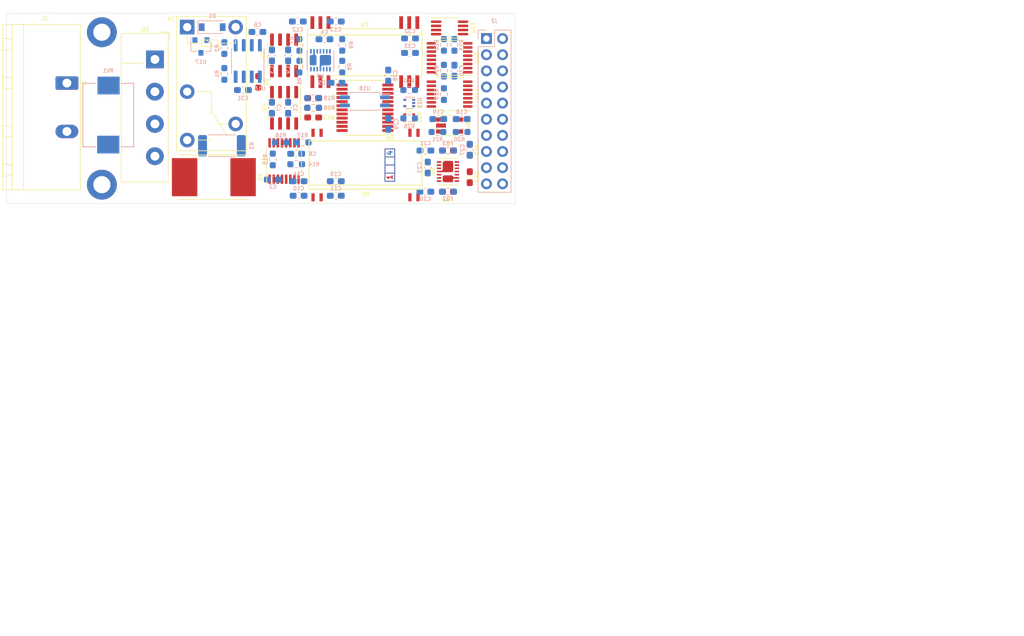
<source format=kicad_pcb>
(kicad_pcb (version 20171130) (host pcbnew 5.1.8)
  (layers (0 F.Cu signal) (1 In1.Cu signal) (2 In2.Cu signal) (31 B.Cu signal) (34 B.Paste user) (35 F.Paste user) (36 B.SilkS user) (37 F.SilkS user) (38 B.Mask user) (39 F.Mask user) (44 Edge.Cuts user))
  (net 0 "")
  (net 1 AGNDF)
  (net 2 +15VF)
  (net 3 -15VF)
  (net 4 "Net-(C4-Pad2)")
  (net 5 "Net-(C5-Pad2)")
  (net 6 VDD)
  (net 7 VCC)
  (net 8 +5VF)
  (net 9 "Net-(C17-Pad1)")
  (net 10 "Net-(C18-Pad2)")
  (net 11 /AOUT)
  (net 12 GND)
  (net 13 "Net-(C19-Pad1)")
  (net 14 -15V)
  (net 15 +15V)
  (net 16 "Net-(C22-Pad2)")
  (net 17 "Net-(C23-Pad2)")
  (net 18 -18V)
  (net 19 +18V)
  (net 20 +3V3)
  (net 21 +5V)
  (net 22 "Net-(C30-Pad1)")
  (net 23 /SDA)
  (net 24 /A1)
  (net 25 /SCL)
  (net 26 /A0)
  (net 27 "Net-(K1-Pad4)")
  (net 28 "Net-(K1-Pad3)")
  (net 29 "Net-(D1-Pad1)")
  (net 30 /NADJ)
  (net 31 /PADJ)
  (net 32 "Net-(R14-Pad1)")
  (net 33 "Net-(R15-Pad2)")
  (net 34 "Net-(R15-Pad1)")
  (net 35 "Net-(R16-Pad2)")
  (net 36 "Net-(R18-Pad2)")
  (net 37 "Net-(R20-Pad2)")
  (net 38 "Net-(R25-Pad2)")
  (net 39 /IO_G1)
  (net 40 "Net-(R26-Pad1)")
  (net 41 /G10)
  (net 42 "Net-(U1-Pad11)")
  (net 43 /G100)
  (net 44 "Net-(U1-Pad6)")
  (net 45 /G1)
  (net 46 /AZ)
  (net 47 "Net-(R5-Pad1)")
  (net 48 "Net-(U2-Pad1)")
  (net 49 /IO_AZ)
  (net 50 /IO_G100)
  (net 51 /IO_G10)
  (net 52 "Net-(U11-Pad2)")
  (net 53 "Net-(U12-Pad2)")
  (net 54 /WP)
  (net 55 /IO2)
  (net 56 /IO3)
  (net 57 /IO4)
  (net 58 /IO5)
  (net 59 "Net-(D2-Pad1)")
  (net 60 "Net-(D2-Pad3)")
  (net 61 /RLY)
  (net 62 "Net-(R10-Pad2)")
  (net 63 /LED)
  (net 64 "Net-(R1-Pad1)")
  (net 65 "Net-(R2-Pad1)")
  (module Capacitor_SMD:C_0603_1608Metric_Pad1.08x0.95mm_HandSolder (layer B.Cu) (at 133.477 48.26 180)
    (fp_text reference C33 (at 0 1.113) (layer B.SilkS) (effects (font (size 0.6 0.6) (thickness 0.12)) (justify mirror)))
    (fp_text value 100n)
    (pad 2 smd roundrect (at 0.8625 0 180) (size 1.075 0.95) (layers B.Cu B.Paste B.Mask) (net 12 GND))
    (pad 1 smd roundrect (at -0.8625 0 180) (size 1.075 0.95) (layers B.Cu B.Paste B.Mask) (net 21 +5V))
  )
  (module Capacitor_SMD:C_0603_1608Metric_Pad1.08x0.95mm_HandSolder (layer B.Cu) (at 133.477 45.974 180)
    (fp_text reference C32 (at 0 1.143) (layer B.SilkS) (effects (font (size 0.6 0.6) (thickness 0.12)) (justify mirror)))
    (fp_text value 10u)
    (pad 2 smd roundrect (at 0.8625 0 180) (size 1.075 0.95) (layers B.Cu B.Paste B.Mask) (net 12 GND))
    (pad 1 smd roundrect (at -0.8625 0 180) (size 1.075 0.95) (layers B.Cu B.Paste B.Mask) (net 21 +5V))
  )
  (module Package_SO:SOIC-8_3.9x4.9mm_P1.27mm (layer B.Cu) (at 107.95 49.53 90)
    (fp_text reference U16 (at -4.318 1.905) (layer B.SilkS) (effects (font (size 0.6 0.6) (thickness 0.12)) (justify mirror)))
    (fp_text value OPA132)
    (pad 8 smd roundrect (at 2.475 1.905 90) (size 1.95 0.6) (layers B.Cu B.Paste B.Mask))
    (pad 7 smd roundrect (at 2.475 0.635 90) (size 1.95 0.6) (layers B.Cu B.Paste B.Mask) (net 2 +15VF))
    (pad 6 smd roundrect (at 2.475 -0.635 90) (size 1.95 0.6) (layers B.Cu B.Paste B.Mask) (net 65 "Net-(R2-Pad1)"))
    (pad 5 smd roundrect (at 2.475 -1.905 90) (size 1.95 0.6) (layers B.Cu B.Paste B.Mask))
    (pad 4 smd roundrect (at -2.475 -1.905 90) (size 1.95 0.6) (layers B.Cu B.Paste B.Mask) (net 3 -15VF))
    (pad 3 smd roundrect (at -2.475 -0.635 90) (size 1.95 0.6) (layers B.Cu B.Paste B.Mask) (net 64 "Net-(R1-Pad1)"))
    (pad 2 smd roundrect (at -2.475 0.635 90) (size 1.95 0.6) (layers B.Cu B.Paste B.Mask) (net 65 "Net-(R2-Pad1)"))
    (pad 1 smd roundrect (at -2.475 1.905 90) (size 1.95 0.6) (layers B.Cu B.Paste B.Mask))
  )
  (module Resistor_SMD:R_0603_1608Metric_Pad0.98x0.95mm_HandSolder (layer B.Cu) (at 104.267 47.498 90)
    (fp_text reference R2 (at 0 -1.143 90) (layer B.SilkS) (effects (font (size 0.6 0.6) (thickness 0.12)) (justify mirror)))
    (fp_text value 316)
    (pad 2 smd roundrect (at 0.9125 0 90) (size 0.975 0.95) (layers B.Cu B.Paste B.Mask) (net 59 "Net-(D2-Pad1)"))
    (pad 1 smd roundrect (at -0.9125 0 90) (size 0.975 0.95) (layers B.Cu B.Paste B.Mask) (net 65 "Net-(R2-Pad1)"))
  )
  (module Resistor_SMD:R_0603_1608Metric_Pad0.98x0.95mm_HandSolder (layer B.Cu) (at 104.267 51.562 270)
    (fp_text reference R1 (at 0 1.143 90) (layer B.SilkS) (effects (font (size 0.6 0.6) (thickness 0.12)) (justify mirror)))
    (fp_text value 100k)
    (pad 2 smd roundrect (at 0.9125 0 270) (size 0.975 0.95) (layers B.Cu B.Paste B.Mask) (net 60 "Net-(D2-Pad3)"))
    (pad 1 smd roundrect (at -0.9125 0 270) (size 0.975 0.95) (layers B.Cu B.Paste B.Mask) (net 64 "Net-(R1-Pad1)"))
  )
  (module Diode_SMD:D_SOD-123 (layer B.Cu) (at 102.362 44.196)
    (fp_text reference D1 (at 0 -1.778) (layer B.SilkS) (effects (font (size 0.6 0.6) (thickness 0.12)) (justify mirror)))
    (fp_text value 1N4148W)
    (pad 2 smd rect (at 1.65 0) (size 0.9 1.2) (layers B.Cu B.Paste B.Mask) (net 61 /RLY))
    (pad 1 smd rect (at -1.65 0) (size 0.9 1.2) (layers B.Cu B.Paste B.Mask) (net 29 "Net-(D1-Pad1)"))
  )
  (module Resistor_SMD:R_0603_1608Metric_Pad0.98x0.95mm_HandSolder (layer F.Cu) (at 109.601 52.832 270)
    (fp_text reference R5 (at 0 -1.27 90) (layer F.SilkS) (effects (font (size 0.6 0.6) (thickness 0.12))))
    (fp_text value 100k)
    (pad 2 smd roundrect (at 0.9125 0 270) (size 0.975 0.95) (layers F.Cu F.Paste F.Mask) (net 28 "Net-(K1-Pad3)"))
    (pad 1 smd roundrect (at -0.9125 0 270) (size 0.975 0.95) (layers F.Cu F.Paste F.Mask) (net 47 "Net-(R5-Pad1)"))
  )
  (module ETH3CDAQ1:WSR5 (layer F.Cu) (at 102.616 67.818 180)
    (fp_text reference R4 (at -7.239 0 90) (layer F.SilkS) (effects (font (size 0.6 0.6) (thickness 0.12))))
    (fp_text value 0R1/5W)
    (pad 2 smd rect (at 4.6 0 180) (size 4 6) (layers F.Cu F.Paste F.Mask) (net 1 AGNDF))
    (pad 1 smd rect (at -4.6 0 180) (size 4 6) (layers F.Cu F.Paste F.Mask) (net 27 "Net-(K1-Pad4)"))
  )
  (module Resistor_SMD:R_2512_6332Metric_Pad1.40x3.35mm_HandSolder (layer B.Cu) (at 103.886 62.865)
    (fp_text reference R3 (at 4.699 0 90) (layer B.SilkS) (effects (font (size 0.6 0.6) (thickness 0.12)) (justify mirror)))
    (fp_text value 5/0.1%)
    (pad 2 smd roundrect (at 3.05 0) (size 1.4 3.35) (layers B.Cu B.Paste B.Mask) (roundrect_rratio 0.178571) (net 27 "Net-(K1-Pad4)"))
    (pad 1 smd roundrect (at -3.05 0) (size 1.4 3.35) (layers B.Cu B.Paste B.Mask) (roundrect_rratio 0.178571) (net 28 "Net-(K1-Pad3)"))
  )
  (module ETH3CDAQ1:DVA (layer F.Cu) (at 126.492 65.913)
    (fp_text reference U5 (at 0 4.572 180) (layer F.SilkS) (effects (font (size 0.6 0.6) (thickness 0.12))))
    (fp_text value ISO124)
    (pad 1 smd rect (at -8.27 5.08) (size 0.51 1.27) (layers F.Cu F.Paste F.Mask) (net 2 +15VF))
    (pad 2 smd rect (at -7 5.08) (size 0.51 1.27) (layers F.Cu F.Paste F.Mask) (net 3 -15VF))
    (pad 7 smd rect (at 6.97 5.08) (size 0.51 1.27) (layers F.Cu F.Paste F.Mask) (net 37 "Net-(R20-Pad2)"))
    (pad 8 smd rect (at 8.24 5.08) (size 0.51 1.27) (layers F.Cu F.Paste F.Mask) (net 12 GND))
    (pad 9 smd rect (at 8.24 -5.08) (size 0.51 1.27) (layers F.Cu F.Paste F.Mask) (net 15 +15V))
    (pad 10 smd rect (at 6.97 -5.08) (size 0.51 1.27) (layers F.Cu F.Paste F.Mask) (net 14 -15V))
    (pad 15 smd rect (at -7 -5.08) (size 0.51 1.27) (layers F.Cu F.Paste F.Mask) (net 34 "Net-(R15-Pad1)"))
    (pad 16 smd rect (at -8.27 -5.08) (size 0.51 1.27) (layers F.Cu F.Paste F.Mask) (net 1 AGNDF))
  )
  (module ETH3CDAQ1:DVB (layer F.Cu) (at 126.365 48.133 270)
    (fp_text reference U7 (at -4.312 0.024) (layer F.SilkS) (effects (font (size 0.6 0.6) (thickness 0.12))))
    (fp_text value DCP020515DU)
    (pad 1 smd rect (at -4.65 -8.255 270) (size 2 0.6) (layers F.Cu F.Paste F.Mask) (net 21 +5V))
    (pad 2 smd rect (at -4.65 -6.985 270) (size 2 0.6) (layers F.Cu F.Paste F.Mask) (net 12 GND))
    (pad 3 smd rect (at -4.65 -5.715 270) (size 2 0.6) (layers F.Cu F.Paste F.Mask) (net 12 GND))
    (pad 12 smd rect (at -4.65 5.715 270) (size 2 0.6) (layers F.Cu F.Paste F.Mask) (net 1 AGNDF))
    (pad 13 smd rect (at -4.65 6.985 270) (size 2 0.6) (layers F.Cu F.Paste F.Mask) (net 7 VCC))
    (pad 14 smd rect (at -4.65 8.255 270) (size 2 0.6) (layers F.Cu F.Paste F.Mask) (net 6 VDD))
    (pad 15 smd rect (at 4.65 8.255 270) (size 2 0.6) (layers F.Cu F.Paste F.Mask))
    (pad 16 smd rect (at 4.65 6.985 270) (size 2 0.6) (layers F.Cu F.Paste F.Mask))
    (pad 17 smd rect (at 4.65 5.715 270) (size 2 0.6) (layers F.Cu F.Paste F.Mask))
    (pad 26 smd rect (at 4.65 -5.715 270) (size 2 0.6) (layers F.Cu F.Paste F.Mask))
    (pad 27 smd rect (at 4.65 -6.985 270) (size 2 0.6) (layers F.Cu F.Paste F.Mask))
    (pad 28 smd rect (at 4.65 -8.255 270) (size 2 0.6) (layers F.Cu F.Paste F.Mask) (net 12 GND))
  )
  (module Package_SO:SOP-4_4.4x2.6mm_P1.27mm (layer B.Cu) (at 126.389 55.88 180)
    (fp_text reference U18 (at 0 2.032) (layer B.SilkS) (effects (font (size 0.6 0.6) (thickness 0.12)) (justify mirror)))
    (fp_text value FODM214)
    (pad 4 smd roundrect (at 3.1875 0.635 180) (size 1.625 0.6) (layers B.Cu B.Paste B.Mask) (net 61 /RLY))
    (pad 3 smd roundrect (at 3.1875 -0.635 180) (size 1.625 0.6) (layers B.Cu B.Paste B.Mask) (net 1 AGNDF))
    (pad 2 smd roundrect (at -3.1875 -0.635 180) (size 1.625 0.6) (layers B.Cu B.Paste B.Mask) (net 12 GND))
    (pad 1 smd roundrect (at -3.1875 0.635 180) (size 1.625 0.6) (layers B.Cu B.Paste B.Mask) (net 62 "Net-(R10-Pad2)"))
  )
  (module Resistor_SMD:R_0603_1608Metric_Pad0.98x0.95mm_HandSolder (layer B.Cu) (at 133.35 54.102 180)
    (fp_text reference R10 (at 0 1.43) (layer B.SilkS) (effects (font (size 0.6 0.6) (thickness 0.12)) (justify mirror)))
    (fp_text value R)
    (pad 2 smd roundrect (at 0.9125 0 180) (size 0.975 0.95) (layers B.Cu B.Paste B.Mask) (net 62 "Net-(R10-Pad2)"))
    (pad 1 smd roundrect (at -0.9125 0 180) (size 0.975 0.95) (layers B.Cu B.Paste B.Mask) (net 63 /LED))
  )
  (module MountingHole:MountingHole_2.7mm_M2.5_DIN965_Pad (layer F.Cu) (at 85 69)
    (fp_text reference H2)
    (fp_text value MountingHole)
    (pad 1 thru_hole circle (at 0 0) (size 4.7 4.7) (drill 2.7) (layers *.Cu *.Mask))
  )
  (module MountingHole:MountingHole_2.7mm_M2.5_DIN965_Pad (layer F.Cu) (at 85 45)
    (fp_text reference H1)
    (fp_text value MountingHole)
    (pad 1 thru_hole circle (at 0 0) (size 4.7 4.7) (drill 2.7) (layers *.Cu *.Mask))
  )
  (module Diode_THT:Diode_Bridge_Vishay_KBU (layer F.Cu) (at 93.345 49.276 270)
    (fp_text reference D2 (at -4.699 1.524 180) (layer F.SilkS) (effects (font (size 0.6 0.6) (thickness 0.12))))
    (fp_text value KBU4G)
    (pad 1 thru_hole rect (at 0 0 270) (size 2.8 2.8) (drill 1.4) (layers *.Cu *.Mask) (net 59 "Net-(D2-Pad1)"))
    (pad 2 thru_hole circle (at 5.08 0 270) (size 2.8 2.8) (drill 1.4) (layers *.Cu *.Mask) (net 1 AGNDF))
    (pad 3 thru_hole circle (at 10.16 0 270) (size 2.8 2.8) (drill 1.4) (layers *.Cu *.Mask) (net 60 "Net-(D2-Pad3)"))
    (pad 4 thru_hole circle (at 15.24 0 270) (size 2.8 2.8) (drill 1.4) (layers *.Cu *.Mask) (net 59 "Net-(D2-Pad1)"))
  )
  (module ETH3CDAQ1:4032 (layer B.Cu) (at 86 58.039 270)
    (fp_text reference RV1 (at -7 0 180) (layer B.SilkS) (effects (font (size 0.6 0.6) (thickness 0.12)) (justify mirror)))
    (fp_text value B72660M0301)
    (pad 2 smd rect (at 4.65 0 270) (size 2.8 3.5) (layers B.Cu B.Paste B.Mask) (net 1 AGNDF))
    (pad 1 smd rect (at -4.65 -0.05 270) (size 2.8 3.5) (layers B.Cu B.Paste B.Mask) (net 60 "Net-(D2-Pad3)"))
  )
  (module Package_TO_SOT_SMD:SOT-23 (layer B.Cu) (at 100.584 47.244 270)
    (fp_text reference U17 (at 2.413 0 180) (layer B.SilkS) (effects (font (size 0.6 0.6) (thickness 0.12)) (justify mirror)))
    (fp_text value LM3480-12)
    (pad 3 smd rect (at 1 0 270) (size 0.9 0.8) (layers B.Cu B.Paste B.Mask) (net 1 AGNDF))
    (pad 2 smd rect (at -1 -0.95 270) (size 0.9 0.8) (layers B.Cu B.Paste B.Mask) (net 2 +15VF))
    (pad 1 smd rect (at -1 0.95 270) (size 0.9 0.8) (layers B.Cu B.Paste B.Mask) (net 29 "Net-(D1-Pad1)"))
  )
  (module Package_SO:TSSOP-16_4.4x5mm_P0.65mm (layer F.Cu) (at 139.7 49.022 180)
    (fp_text reference U15 (at -4.318 0 90) (layer F.SilkS) (effects (font (size 0.6 0.6) (thickness 0.12))))
    (fp_text value PCA9557PW)
    (pad 16 smd roundrect (at 2.8625 -2.275 180) (size 1.475 0.4) (layers F.Cu F.Paste F.Mask) (net 20 +3V3))
    (pad 15 smd roundrect (at 2.8625 -1.625 180) (size 1.475 0.4) (layers F.Cu F.Paste F.Mask) (net 22 "Net-(C30-Pad1)"))
    (pad 14 smd roundrect (at 2.8625 -0.975 180) (size 1.475 0.4) (layers F.Cu F.Paste F.Mask))
    (pad 13 smd roundrect (at 2.8625 -0.325 180) (size 1.475 0.4) (layers F.Cu F.Paste F.Mask) (net 63 /LED))
    (pad 12 smd roundrect (at 2.8625 0.325 180) (size 1.475 0.4) (layers F.Cu F.Paste F.Mask) (net 58 /IO5))
    (pad 11 smd roundrect (at 2.8625 0.975 180) (size 1.475 0.4) (layers F.Cu F.Paste F.Mask) (net 57 /IO4))
    (pad 10 smd roundrect (at 2.8625 1.625 180) (size 1.475 0.4) (layers F.Cu F.Paste F.Mask) (net 56 /IO3))
    (pad 9 smd roundrect (at 2.8625 2.275 180) (size 1.475 0.4) (layers F.Cu F.Paste F.Mask) (net 55 /IO2))
    (pad 8 smd roundrect (at -2.8625 2.275 180) (size 1.475 0.4) (layers F.Cu F.Paste F.Mask) (net 12 GND))
    (pad 7 smd roundrect (at -2.8625 1.625 180) (size 1.475 0.4) (layers F.Cu F.Paste F.Mask) (net 54 /WP))
    (pad 6 smd roundrect (at -2.8625 0.975 180) (size 1.475 0.4) (layers F.Cu F.Paste F.Mask))
    (pad 5 smd roundrect (at -2.8625 0.325 180) (size 1.475 0.4) (layers F.Cu F.Paste F.Mask) (net 12 GND))
    (pad 4 smd roundrect (at -2.8625 -0.325 180) (size 1.475 0.4) (layers F.Cu F.Paste F.Mask) (net 24 /A1))
    (pad 3 smd roundrect (at -2.8625 -0.975 180) (size 1.475 0.4) (layers F.Cu F.Paste F.Mask) (net 26 /A0))
    (pad 2 smd roundrect (at -2.8625 -1.625 180) (size 1.475 0.4) (layers F.Cu F.Paste F.Mask) (net 23 /SDA))
    (pad 1 smd roundrect (at -2.8625 -2.275 180) (size 1.475 0.4) (layers F.Cu F.Paste F.Mask) (net 25 /SCL))
  )
  (module Package_SO:TSSOP-14_4.4x5mm_P0.65mm (layer F.Cu) (at 139.7 54.737 180)
    (fp_text reference U14 (at -4.318 0 90) (layer F.SilkS) (effects (font (size 0.6 0.6) (thickness 0.12))))
    (fp_text value TXB0104PW)
    (pad 14 smd roundrect (at 2.8625 -1.95 180) (size 1.475 0.4) (layers F.Cu F.Paste F.Mask) (net 21 +5V))
    (pad 13 smd roundrect (at 2.8625 -1.3 180) (size 1.475 0.4) (layers F.Cu F.Paste F.Mask) (net 40 "Net-(R26-Pad1)"))
    (pad 12 smd roundrect (at 2.8625 -0.65 180) (size 1.475 0.4) (layers F.Cu F.Paste F.Mask) (net 52 "Net-(U11-Pad2)"))
    (pad 11 smd roundrect (at 2.8625 0 180) (size 1.475 0.4) (layers F.Cu F.Paste F.Mask) (net 53 "Net-(U12-Pad2)"))
    (pad 10 smd roundrect (at 2.8625 0.65 180) (size 1.475 0.4) (layers F.Cu F.Paste F.Mask) (net 49 /IO_AZ))
    (pad 9 smd roundrect (at 2.8625 1.3 180) (size 1.475 0.4) (layers F.Cu F.Paste F.Mask))
    (pad 8 smd roundrect (at 2.8625 1.95 180) (size 1.475 0.4) (layers F.Cu F.Paste F.Mask) (net 38 "Net-(R25-Pad2)"))
    (pad 7 smd roundrect (at -2.8625 1.95 180) (size 1.475 0.4) (layers F.Cu F.Paste F.Mask) (net 12 GND))
    (pad 6 smd roundrect (at -2.8625 1.3 180) (size 1.475 0.4) (layers F.Cu F.Paste F.Mask))
    (pad 5 smd roundrect (at -2.8625 0.65 180) (size 1.475 0.4) (layers F.Cu F.Paste F.Mask) (net 55 /IO2))
    (pad 4 smd roundrect (at -2.8625 0 180) (size 1.475 0.4) (layers F.Cu F.Paste F.Mask) (net 56 /IO3))
    (pad 3 smd roundrect (at -2.8625 -0.65 180) (size 1.475 0.4) (layers F.Cu F.Paste F.Mask) (net 57 /IO4))
    (pad 2 smd roundrect (at -2.8625 -1.3 180) (size 1.475 0.4) (layers F.Cu F.Paste F.Mask) (net 58 /IO5))
    (pad 1 smd roundrect (at -2.8625 -1.95 180) (size 1.475 0.4) (layers F.Cu F.Paste F.Mask) (net 20 +3V3))
  )
  (module Package_SO:MSOP-8_3x3mm_P0.65mm (layer F.Cu) (at 139.7 44.323)
    (fp_text reference U13 (at 3.683 0 90) (layer F.SilkS) (effects (font (size 0.6 0.6) (thickness 0.12))))
    (fp_text value 24LC08B-E/MS)
    (pad 8 smd roundrect (at 2.1125 -0.975) (size 1.625 0.4) (layers F.Cu F.Paste F.Mask) (net 20 +3V3))
    (pad 7 smd roundrect (at 2.1125 -0.325) (size 1.625 0.4) (layers F.Cu F.Paste F.Mask) (net 54 /WP))
    (pad 6 smd roundrect (at 2.1125 0.325) (size 1.625 0.4) (layers F.Cu F.Paste F.Mask) (net 25 /SCL))
    (pad 5 smd roundrect (at 2.1125 0.975) (size 1.625 0.4) (layers F.Cu F.Paste F.Mask) (net 23 /SDA))
    (pad 4 smd roundrect (at -2.1125 0.975) (size 1.625 0.4) (layers F.Cu F.Paste F.Mask) (net 12 GND))
    (pad 3 smd roundrect (at -2.1125 0.325) (size 1.625 0.4) (layers F.Cu F.Paste F.Mask) (net 12 GND))
    (pad 2 smd roundrect (at -2.1125 -0.325) (size 1.625 0.4) (layers F.Cu F.Paste F.Mask) (net 24 /A1))
    (pad 1 smd roundrect (at -2.1125 -0.975) (size 1.625 0.4) (layers F.Cu F.Paste F.Mask) (net 26 /A0))
  )
  (module Package_TO_SOT_SMD:SOT-553 (layer F.Cu) (at 133.35 56.134 180)
    (fp_text reference U12 (at -1.651 0 90) (layer F.SilkS) (effects (font (size 0.6 0.6) (thickness 0.12))))
    (fp_text value 74LVC1GU04DRL)
    (pad 4 smd rect (at 0.7 0.5 180) (size 0.45 0.3) (layers F.Cu F.Paste F.Mask) (net 50 /IO_G100))
    (pad 2 smd rect (at -0.7 0 180) (size 0.45 0.3) (layers F.Cu F.Paste F.Mask) (net 53 "Net-(U12-Pad2)"))
    (pad 5 smd rect (at 0.7 -0.5 180) (size 0.45 0.3) (layers F.Cu F.Paste F.Mask) (net 21 +5V))
    (pad 3 smd rect (at -0.7 0.5 180) (size 0.45 0.3) (layers F.Cu F.Paste F.Mask) (net 12 GND))
    (pad 1 smd rect (at -0.7 -0.5 180) (size 0.45 0.3) (layers F.Cu F.Paste F.Mask))
  )
  (module Package_TO_SOT_SMD:SOT-553 (layer B.Cu) (at 133.35 56.134 180)
    (fp_text reference U11 (at -1.651 0 90) (layer B.SilkS) (effects (font (size 0.6 0.6) (thickness 0.12)) (justify mirror)))
    (fp_text value 74LVC1GU04DRL)
    (pad 4 smd rect (at 0.7 -0.5 180) (size 0.45 0.3) (layers B.Cu B.Paste B.Mask) (net 51 /IO_G10))
    (pad 2 smd rect (at -0.7 0 180) (size 0.45 0.3) (layers B.Cu B.Paste B.Mask) (net 52 "Net-(U11-Pad2)"))
    (pad 5 smd rect (at 0.7 0.5 180) (size 0.45 0.3) (layers B.Cu B.Paste B.Mask) (net 21 +5V))
    (pad 3 smd rect (at -0.7 -0.5 180) (size 0.45 0.3) (layers B.Cu B.Paste B.Mask) (net 12 GND))
    (pad 1 smd rect (at -0.7 0.5 180) (size 0.45 0.3) (layers B.Cu B.Paste B.Mask))
  )
  (module Package_TO_SOT_SMD:SOT-553 (layer F.Cu) (at 133.35 58.42 180)
    (fp_text reference U10 (at -1.651 0 90) (layer F.SilkS) (effects (font (size 0.6 0.6) (thickness 0.12))))
    (fp_text value 74LVC1GU04DRL)
    (pad 4 smd rect (at 0.7 0.5 180) (size 0.45 0.3) (layers F.Cu F.Paste F.Mask) (net 39 /IO_G1))
    (pad 2 smd rect (at -0.7 0 180) (size 0.45 0.3) (layers F.Cu F.Paste F.Mask) (net 40 "Net-(R26-Pad1)"))
    (pad 5 smd rect (at 0.7 -0.5 180) (size 0.45 0.3) (layers F.Cu F.Paste F.Mask) (net 21 +5V))
    (pad 3 smd rect (at -0.7 0.5 180) (size 0.45 0.3) (layers F.Cu F.Paste F.Mask) (net 12 GND))
    (pad 1 smd rect (at -0.7 -0.5 180) (size 0.45 0.3) (layers F.Cu F.Paste F.Mask))
  )
  (module Package_DFN_QFN:Linear_DE14MA (layer F.Cu) (at 139.446 66.929)
    (fp_text reference U9 (at -2.413 0 90) (layer F.SilkS) (effects (font (size 0.6 0.6) (thickness 0.12))))
    (fp_text value LT3032-15)
    (pad 4 smd custom (at 0 -0.79) (size 1.65 1.28) (layers F.Cu F.Paste F.Mask) (net 12 GND) (options (clearance outline) (anchor rect)) (primitives (gr_circle (center 0.575 -0.64) (end 0.825 -0.64) (width 0)) (gr_circle (center 0.575 0.64) (end 0.825 0.64) (width 0)) (gr_poly (pts (xy -0.575 -0.89) (xy 0.575 -0.89) (xy 0.575 0.89) (xy -0.825 0.89) (xy -0.825 -0.64)) (width 0)) (gr_poly (pts (xy -0.78 0.665) (xy -1.75 0.665) (xy -1.75 0.915) (xy -0.88 0.915) (xy -0.78 0.89)) (width 0)) (gr_poly (pts (xy -1.075 0.665) (xy -1.025 0.66) (xy -0.977 0.645) (xy -0.935 0.622) (xy -0.897 0.591) (xy -0.866 0.552) (xy -0.844 0.511) (xy -0.83 0.464) (xy -0.825 0.415) (xy -0.825 0.665)) (width 0.001))))
    (pad 9 smd custom (at 0 1.145) (size 1.15 1.07) (layers F.Cu F.Paste F.Mask) (net 18 -18V) (options (clearance outline) (anchor rect)) (primitives (gr_circle (center -0.575 -0.285) (end -0.325 -0.285) (width 0)) (gr_circle (center 0.575 -0.285) (end 0.825 -0.285) (width 0)) (gr_circle (center -0.575 0.285) (end -0.325 0.285) (width 0)) (gr_circle (center 0.575 0.285) (end 0.825 0.285) (width 0)) (gr_poly (pts (xy -0.825 -0.285) (xy 0.825 -0.285) (xy 0.825 0.285) (xy -0.825 0.285)) (width 0)) (gr_poly (pts (xy 0.825 -0.27) (xy 1.75 -0.27) (xy 1.75 -0.02) (xy 0.825 -0.02)) (width 0))))
    (pad 1 smd rect (at -1.4 -1.5) (size 0.7 0.25) (layers F.Cu F.Paste F.Mask) (net 15 +15V))
    (pad 2 smd rect (at -1.4 -1) (size 0.7 0.25) (layers F.Cu F.Paste F.Mask))
    (pad 3 smd rect (at -1.4 -0.5) (size 0.7 0.25) (layers F.Cu F.Paste F.Mask) (net 17 "Net-(C23-Pad2)"))
    (pad 5 smd rect (at -1.4 0.5) (size 0.7 0.25) (layers F.Cu F.Paste F.Mask) (net 12 GND))
    (pad 6 smd rect (at -1.4 1) (size 0.7 0.25) (layers F.Cu F.Paste F.Mask) (net 18 -18V))
    (pad 7 smd rect (at -1.4 1.5) (size 0.7 0.25) (layers F.Cu F.Paste F.Mask) (net 14 -15V))
    (pad 8 smd rect (at 1.4 1.5) (size 0.7 0.25) (layers F.Cu F.Paste F.Mask))
    (pad 10 smd rect (at 1.4 0.5) (size 0.7 0.25) (layers F.Cu F.Paste F.Mask) (net 18 -18V))
    (pad 11 smd rect (at 1.4 0) (size 0.7 0.25) (layers F.Cu F.Paste F.Mask) (net 16 "Net-(C22-Pad2)"))
    (pad 12 smd rect (at 1.4 -0.5) (size 0.7 0.25) (layers F.Cu F.Paste F.Mask) (net 19 +18V))
    (pad 13 smd rect (at 1.4 -1) (size 0.7 0.25) (layers F.Cu F.Paste F.Mask))
    (pad 14 smd rect (at 1.4 -1.5) (size 0.7 0.25) (layers F.Cu F.Paste F.Mask) (net 19 +18V))
  )
  (module Package_TO_SOT_SMD:SOT-23-5_HandSoldering (layer F.Cu) (at 139.7 59.69)
    (fp_text reference U8 (at 2.921 0 90) (layer F.SilkS) (effects (font (size 0.6 0.6) (thickness 0.12))))
    (fp_text value OPA237_SOT23)
    (pad 5 smd rect (at 1.35 -0.95) (size 1.56 0.65) (layers F.Cu F.Paste F.Mask) (net 15 +15V))
    (pad 4 smd rect (at 1.35 0.95) (size 1.56 0.65) (layers F.Cu F.Paste F.Mask) (net 11 /AOUT))
    (pad 3 smd rect (at -1.35 0.95) (size 1.56 0.65) (layers F.Cu F.Paste F.Mask) (net 13 "Net-(C19-Pad1)"))
    (pad 2 smd rect (at -1.35 0) (size 1.56 0.65) (layers F.Cu F.Paste F.Mask) (net 14 -15V))
    (pad 1 smd rect (at -1.35 -0.95) (size 1.56 0.65) (layers F.Cu F.Paste F.Mask) (net 11 /AOUT))
  )
  (module Package_SO:SSOP-24_5.3x8.2mm_P0.65mm (layer F.Cu) (at 126.389 56.896 180)
    (fp_text reference U6 (at -3.913 -4.699) (layer F.SilkS) (effects (font (size 0.6 0.6) (thickness 0.12))))
    (fp_text value ADuM5410)
    (pad 24 smd rect (at 3.6 -3.575 180) (size 1.75 0.45) (layers F.Cu F.Paste F.Mask) (net 8 +5VF))
    (pad 23 smd rect (at 3.6 -2.925 180) (size 1.75 0.45) (layers F.Cu F.Paste F.Mask) (net 1 AGNDF))
    (pad 22 smd rect (at 3.6 -2.275 180) (size 1.75 0.45) (layers F.Cu F.Paste F.Mask) (net 45 /G1))
    (pad 21 smd rect (at 3.6 -1.625 180) (size 1.75 0.45) (layers F.Cu F.Paste F.Mask) (net 41 /G10))
    (pad 20 smd rect (at 3.6 -0.975 180) (size 1.75 0.45) (layers F.Cu F.Paste F.Mask) (net 43 /G100))
    (pad 19 smd rect (at 3.6 -0.325 180) (size 1.75 0.45) (layers F.Cu F.Paste F.Mask) (net 46 /AZ))
    (pad 18 smd rect (at 3.6 0.325 180) (size 1.75 0.45) (layers F.Cu F.Paste F.Mask) (net 8 +5VF))
    (pad 17 smd rect (at 3.6 0.975 180) (size 1.75 0.45) (layers F.Cu F.Paste F.Mask))
    (pad 16 smd rect (at 3.6 1.625 180) (size 1.75 0.45) (layers F.Cu F.Paste F.Mask) (net 1 AGNDF))
    (pad 15 smd rect (at 3.6 2.275 180) (size 1.75 0.45) (layers F.Cu F.Paste F.Mask) (net 36 "Net-(R18-Pad2)"))
    (pad 14 smd rect (at 3.6 2.925 180) (size 1.75 0.45) (layers F.Cu F.Paste F.Mask) (net 9 "Net-(C17-Pad1)"))
    (pad 13 smd rect (at 3.6 3.575 180) (size 1.75 0.45) (layers F.Cu F.Paste F.Mask) (net 1 AGNDF))
    (pad 12 smd rect (at -3.6 3.575 180) (size 1.75 0.45) (layers F.Cu F.Paste F.Mask) (net 12 GND))
    (pad 11 smd rect (at -3.6 2.925 180) (size 1.75 0.45) (layers F.Cu F.Paste F.Mask) (net 21 +5V))
    (pad 10 smd rect (at -3.6 2.275 180) (size 1.75 0.45) (layers F.Cu F.Paste F.Mask) (net 12 GND))
    (pad 9 smd rect (at -3.6 1.625 180) (size 1.75 0.45) (layers F.Cu F.Paste F.Mask) (net 12 GND))
    (pad 8 smd rect (at -3.6 0.975 180) (size 1.75 0.45) (layers F.Cu F.Paste F.Mask))
    (pad 7 smd rect (at -3.6 0.325 180) (size 1.75 0.45) (layers F.Cu F.Paste F.Mask))
    (pad 6 smd rect (at -3.6 -0.325 180) (size 1.75 0.45) (layers F.Cu F.Paste F.Mask) (net 49 /IO_AZ))
    (pad 5 smd rect (at -3.6 -0.975 180) (size 1.75 0.45) (layers F.Cu F.Paste F.Mask) (net 50 /IO_G100))
    (pad 4 smd rect (at -3.6 -1.625 180) (size 1.75 0.45) (layers F.Cu F.Paste F.Mask) (net 51 /IO_G10))
    (pad 3 smd rect (at -3.6 -2.275 180) (size 1.75 0.45) (layers F.Cu F.Paste F.Mask) (net 39 /IO_G1))
    (pad 2 smd rect (at -3.6 -2.925 180) (size 1.75 0.45) (layers F.Cu F.Paste F.Mask) (net 12 GND))
    (pad 1 smd rect (at -3.6 -3.575 180) (size 1.75 0.45) (layers F.Cu F.Paste F.Mask) (net 21 +5V))
  )
  (module Package_SO:SOIC-8_3.9x4.9mm_P1.27mm (layer F.Cu) (at 113.665 56.896 270)
    (fp_text reference U4 (at 0 3.175 90) (layer F.SilkS) (effects (font (size 0.6 0.6) (thickness 0.12))))
    (fp_text value OPA140)
    (pad 8 smd roundrect (at 2.475 -1.905 270) (size 1.95 0.6) (layers F.Cu F.Paste F.Mask))
    (pad 7 smd roundrect (at 2.475 -0.635 270) (size 1.95 0.6) (layers F.Cu F.Paste F.Mask) (net 2 +15VF))
    (pad 6 smd roundrect (at 2.475 0.635 270) (size 1.95 0.6) (layers F.Cu F.Paste F.Mask) (net 34 "Net-(R15-Pad1)"))
    (pad 5 smd roundrect (at 2.475 1.905 270) (size 1.95 0.6) (layers F.Cu F.Paste F.Mask))
    (pad 4 smd roundrect (at -2.475 1.905 270) (size 1.95 0.6) (layers F.Cu F.Paste F.Mask) (net 3 -15VF))
    (pad 3 smd roundrect (at -2.475 0.635 270) (size 1.95 0.6) (layers F.Cu F.Paste F.Mask) (net 48 "Net-(U2-Pad1)"))
    (pad 2 smd roundrect (at -2.475 -0.635 270) (size 1.95 0.6) (layers F.Cu F.Paste F.Mask) (net 42 "Net-(U1-Pad11)"))
    (pad 1 smd roundrect (at -2.475 -1.905 270) (size 1.95 0.6) (layers F.Cu F.Paste F.Mask))
  )
  (module Package_DFN_QFN:Linear_DE14MA (layer B.Cu) (at 119.38 49.403 90)
    (fp_text reference U3 (at -2.54 0 180) (layer B.SilkS) (effects (font (size 0.6 0.6) (thickness 0.12)) (justify mirror)))
    (fp_text value LT3032)
    (pad 4 smd custom (at 0 0.79 90) (size 1.65 1.28) (layers B.Cu B.Paste B.Mask) (net 1 AGNDF) (options (clearance outline) (anchor rect)) (primitives (gr_circle (center 0.575 0.64) (end 0.825 0.64) (width 0)) (gr_circle (center 0.575 -0.64) (end 0.825 -0.64) (width 0)) (gr_poly (pts (xy -0.575 0.89) (xy 0.575 0.89) (xy 0.575 -0.89) (xy -0.825 -0.89) (xy -0.825 0.64)) (width 0)) (gr_poly (pts (xy -0.78 -0.665) (xy -1.75 -0.665) (xy -1.75 -0.915) (xy -0.88 -0.915) (xy -0.78 -0.89)) (width 0)) (gr_poly (pts (xy -1.075 -0.665) (xy -1.025 -0.66) (xy -0.977 -0.645) (xy -0.935 -0.622) (xy -0.897 -0.591) (xy -0.866 -0.552) (xy -0.844 -0.511) (xy -0.83 -0.464) (xy -0.825 -0.415) (xy -0.825 -0.665)) (width 0.001))))
    (pad 9 smd custom (at 0 -1.145 90) (size 1.15 1.07) (layers B.Cu B.Paste B.Mask) (net 6 VDD) (options (clearance outline) (anchor rect)) (primitives (gr_circle (center -0.575 0.285) (end -0.325 0.285) (width 0)) (gr_circle (center 0.575 0.285) (end 0.825 0.285) (width 0)) (gr_circle (center -0.575 -0.285) (end -0.325 -0.285) (width 0)) (gr_circle (center 0.575 -0.285) (end 0.825 -0.285) (width 0)) (gr_poly (pts (xy -0.825 0.285) (xy 0.825 0.285) (xy 0.825 -0.285) (xy -0.825 -0.285)) (width 0)) (gr_poly (pts (xy 0.825 0.27) (xy 1.75 0.27) (xy 1.75 0.02) (xy 0.825 0.02)) (width 0))))
    (pad 1 smd rect (at -1.4 1.5 90) (size 0.7 0.25) (layers B.Cu B.Paste B.Mask) (net 2 +15VF))
    (pad 2 smd rect (at -1.4 1 90) (size 0.7 0.25) (layers B.Cu B.Paste B.Mask) (net 31 /PADJ))
    (pad 3 smd rect (at -1.4 0.5 90) (size 0.7 0.25) (layers B.Cu B.Paste B.Mask) (net 5 "Net-(C5-Pad2)"))
    (pad 5 smd rect (at -1.4 -0.5 90) (size 0.7 0.25) (layers B.Cu B.Paste B.Mask) (net 1 AGNDF))
    (pad 6 smd rect (at -1.4 -1 90) (size 0.7 0.25) (layers B.Cu B.Paste B.Mask) (net 6 VDD))
    (pad 7 smd rect (at -1.4 -1.5 90) (size 0.7 0.25) (layers B.Cu B.Paste B.Mask) (net 3 -15VF))
    (pad 8 smd rect (at 1.4 -1.5 90) (size 0.7 0.25) (layers B.Cu B.Paste B.Mask) (net 30 /NADJ))
    (pad 10 smd rect (at 1.4 -0.5 90) (size 0.7 0.25) (layers B.Cu B.Paste B.Mask) (net 6 VDD))
    (pad 11 smd rect (at 1.4 0 90) (size 0.7 0.25) (layers B.Cu B.Paste B.Mask) (net 4 "Net-(C4-Pad2)"))
    (pad 12 smd rect (at 1.4 0.5 90) (size 0.7 0.25) (layers B.Cu B.Paste B.Mask) (net 7 VCC))
    (pad 13 smd rect (at 1.4 1 90) (size 0.7 0.25) (layers B.Cu B.Paste B.Mask))
    (pad 14 smd rect (at 1.4 1.5 90) (size 0.7 0.25) (layers B.Cu B.Paste B.Mask) (net 7 VCC))
  )
  (module Package_SO:SOIC-8_3.9x4.9mm_P1.27mm (layer F.Cu) (at 113.665 48.641 270)
    (fp_text reference U2 (at 0 3.302 90) (layer F.SilkS) (effects (font (size 0.6 0.6) (thickness 0.12))))
    (fp_text value DG419xY)
    (pad 8 smd roundrect (at 2.475 -1.905 270) (size 1.95 0.6) (layers F.Cu F.Paste F.Mask) (net 1 AGNDF))
    (pad 7 smd roundrect (at 2.475 -0.635 270) (size 1.95 0.6) (layers F.Cu F.Paste F.Mask) (net 3 -15VF))
    (pad 6 smd roundrect (at 2.475 0.635 270) (size 1.95 0.6) (layers F.Cu F.Paste F.Mask) (net 46 /AZ))
    (pad 5 smd roundrect (at 2.475 1.905 270) (size 1.95 0.6) (layers F.Cu F.Paste F.Mask) (net 8 +5VF))
    (pad 4 smd roundrect (at -2.475 1.905 270) (size 1.95 0.6) (layers F.Cu F.Paste F.Mask) (net 2 +15VF))
    (pad 3 smd roundrect (at -2.475 0.635 270) (size 1.95 0.6) (layers F.Cu F.Paste F.Mask) (net 1 AGNDF))
    (pad 2 smd roundrect (at -2.475 -0.635 270) (size 1.95 0.6) (layers F.Cu F.Paste F.Mask) (net 47 "Net-(R5-Pad1)"))
    (pad 1 smd roundrect (at -2.475 -1.905 270) (size 1.95 0.6) (layers F.Cu F.Paste F.Mask) (net 48 "Net-(U2-Pad1)"))
  )
  (module Package_SO:TSSOP-16_4.4x5mm_P0.65mm (layer F.Cu) (at 113.665 65.278 90)
    (fp_text reference U1 (at 0 -3.302 90) (layer F.SilkS) (effects (font (size 0.6 0.6) (thickness 0.12))))
    (fp_text value DG211)
    (pad 16 smd roundrect (at 2.8625 -2.275 90) (size 1.475 0.4) (layers F.Cu F.Paste F.Mask) (net 41 /G10))
    (pad 15 smd roundrect (at 2.8625 -1.625 90) (size 1.475 0.4) (layers F.Cu F.Paste F.Mask) (net 33 "Net-(R15-Pad2)"))
    (pad 14 smd roundrect (at 2.8625 -0.975 90) (size 1.475 0.4) (layers F.Cu F.Paste F.Mask) (net 42 "Net-(U1-Pad11)"))
    (pad 13 smd roundrect (at 2.8625 -0.325 90) (size 1.475 0.4) (layers F.Cu F.Paste F.Mask) (net 2 +15VF))
    (pad 12 smd roundrect (at 2.8625 0.325 90) (size 1.475 0.4) (layers F.Cu F.Paste F.Mask) (net 8 +5VF))
    (pad 11 smd roundrect (at 2.8625 0.975 90) (size 1.475 0.4) (layers F.Cu F.Paste F.Mask) (net 42 "Net-(U1-Pad11)"))
    (pad 10 smd roundrect (at 2.8625 1.625 90) (size 1.475 0.4) (layers F.Cu F.Paste F.Mask) (net 35 "Net-(R16-Pad2)"))
    (pad 9 smd roundrect (at 2.8625 2.275 90) (size 1.475 0.4) (layers F.Cu F.Paste F.Mask) (net 43 /G100))
    (pad 8 smd roundrect (at -2.8625 2.275 90) (size 1.475 0.4) (layers F.Cu F.Paste F.Mask) (net 32 "Net-(R14-Pad1)"))
    (pad 7 smd roundrect (at -2.8625 1.625 90) (size 1.475 0.4) (layers F.Cu F.Paste F.Mask) (net 44 "Net-(U1-Pad6)"))
    (pad 6 smd roundrect (at -2.8625 0.975 90) (size 1.475 0.4) (layers F.Cu F.Paste F.Mask) (net 44 "Net-(U1-Pad6)"))
    (pad 5 smd roundrect (at -2.8625 0.325 90) (size 1.475 0.4) (layers F.Cu F.Paste F.Mask) (net 1 AGNDF))
    (pad 4 smd roundrect (at -2.8625 -0.325 90) (size 1.475 0.4) (layers F.Cu F.Paste F.Mask) (net 3 -15VF))
    (pad 3 smd roundrect (at -2.8625 -0.975 90) (size 1.475 0.4) (layers F.Cu F.Paste F.Mask) (net 34 "Net-(R15-Pad1)"))
    (pad 2 smd roundrect (at -2.8625 -1.625 90) (size 1.475 0.4) (layers F.Cu F.Paste F.Mask) (net 42 "Net-(U1-Pad11)"))
    (pad 1 smd roundrect (at -2.8625 -2.275 90) (size 1.475 0.4) (layers F.Cu F.Paste F.Mask) (net 45 /G1))
  )
  (module Resistor_SMD:R_0603_1608Metric_Pad0.98x0.95mm_HandSolder (layer B.Cu) (at 133.35 58.547 180)
    (fp_text reference R26 (at 0 -1.27) (layer B.SilkS) (effects (font (size 0.6 0.6) (thickness 0.12)) (justify mirror)))
    (fp_text value 0)
    (pad 2 smd roundrect (at 0.9125 0 180) (size 0.975 0.95) (layers B.Cu B.Paste B.Mask) (net 39 /IO_G1))
    (pad 1 smd roundrect (at -0.9125 0 180) (size 0.975 0.95) (layers B.Cu B.Paste B.Mask) (net 40 "Net-(R26-Pad1)"))
  )
  (module Resistor_SMD:R_0603_1608Metric_Pad0.98x0.95mm_HandSolder (layer B.Cu) (at 138.811 54.737 90)
    (fp_text reference R25 (at 0 -1.143 90) (layer B.SilkS) (effects (font (size 0.6 0.6) (thickness 0.12)) (justify mirror)))
    (fp_text value 10k)
    (pad 2 smd roundrect (at 0.9125 0 90) (size 0.975 0.95) (layers B.Cu B.Paste B.Mask) (net 38 "Net-(R25-Pad2)"))
    (pad 1 smd roundrect (at -0.9125 0 90) (size 0.975 0.95) (layers B.Cu B.Paste B.Mask) (net 20 +3V3))
  )
  (module Resistor_SMD:R_0603_1608Metric_Pad0.98x0.95mm_HandSolder (layer B.Cu) (at 138.811 51.054 90)
    (fp_text reference R24 (at 0 -1.143 90) (layer B.SilkS) (effects (font (size 0.6 0.6) (thickness 0.12)) (justify mirror)))
    (fp_text value 10k)
    (pad 2 smd roundrect (at 0.9125 0 90) (size 0.975 0.95) (layers B.Cu B.Paste B.Mask) (net 22 "Net-(C30-Pad1)"))
    (pad 1 smd roundrect (at -0.9125 0 90) (size 0.975 0.95) (layers B.Cu B.Paste B.Mask) (net 20 +3V3))
  )
  (module Resistor_SMD:R_0603_1608Metric_Pad0.98x0.95mm_HandSolder (layer B.Cu) (at 140.462 46.99 90)
    (fp_text reference R23 (at 0 1.143 90) (layer B.SilkS) (effects (font (size 0.6 0.6) (thickness 0.12)) (justify mirror)))
    (fp_text value 4k7)
    (pad 2 smd roundrect (at 0.9125 0 90) (size 0.975 0.95) (layers B.Cu B.Paste B.Mask) (net 23 /SDA))
    (pad 1 smd roundrect (at -0.9125 0 90) (size 0.975 0.95) (layers B.Cu B.Paste B.Mask) (net 20 +3V3))
  )
  (module Resistor_SMD:R_0603_1608Metric_Pad0.98x0.95mm_HandSolder (layer B.Cu) (at 138.811 46.99 90)
    (fp_text reference R22 (at 0 -1.143 90) (layer B.SilkS) (effects (font (size 0.6 0.6) (thickness 0.12)) (justify mirror)))
    (fp_text value 4k7)
    (pad 2 smd roundrect (at 0.9125 0 90) (size 0.975 0.95) (layers B.Cu B.Paste B.Mask) (net 25 /SCL))
    (pad 1 smd roundrect (at -0.9125 0 90) (size 0.975 0.95) (layers B.Cu B.Paste B.Mask) (net 20 +3V3))
  )
  (module Resistor_SMD:R_0603_1608Metric_Pad0.98x0.95mm_HandSolder (layer B.Cu) (at 137.795 60.706)
    (fp_text reference R21 (at 0 1.143) (layer B.SilkS) (effects (font (size 0.6 0.6) (thickness 0.12)) (justify mirror)))
    (fp_text value 9k76)
    (pad 2 smd roundrect (at 0.9125 0) (size 0.975 0.95) (layers B.Cu B.Paste B.Mask) (net 10 "Net-(C18-Pad2)"))
    (pad 1 smd roundrect (at -0.9125 0) (size 0.975 0.95) (layers B.Cu B.Paste B.Mask) (net 13 "Net-(C19-Pad1)"))
  )
  (module Resistor_SMD:R_0603_1608Metric_Pad0.98x0.95mm_HandSolder (layer B.Cu) (at 141.605 60.706)
    (fp_text reference R20 (at -0.381 1.143) (layer B.SilkS) (effects (font (size 0.6 0.6) (thickness 0.12)) (justify mirror)))
    (fp_text value 4k75)
    (pad 2 smd roundrect (at 0.9125 0) (size 0.975 0.95) (layers B.Cu B.Paste B.Mask) (net 37 "Net-(R20-Pad2)"))
    (pad 1 smd roundrect (at -0.9125 0) (size 0.975 0.95) (layers B.Cu B.Paste B.Mask) (net 10 "Net-(C18-Pad2)"))
  )
  (module Resistor_SMD:R_0603_1608Metric_Pad0.98x0.95mm_HandSolder (layer B.Cu) (at 118.237 55.372 180)
    (fp_text reference R19 (at -2.54 0) (layer B.SilkS) (effects (font (size 0.6 0.6) (thickness 0.12)) (justify mirror)))
    (fp_text value 10k)
    (pad 2 smd roundrect (at 0.9125 0 180) (size 0.975 0.95) (layers B.Cu B.Paste B.Mask) (net 1 AGNDF))
    (pad 1 smd roundrect (at -0.9125 0 180) (size 0.975 0.95) (layers B.Cu B.Paste B.Mask) (net 36 "Net-(R18-Pad2)"))
  )
  (module Resistor_SMD:R_0603_1608Metric_Pad0.98x0.95mm_HandSolder (layer B.Cu) (at 118.237 56.896)
    (fp_text reference R18 (at 2.54 0) (layer B.SilkS) (effects (font (size 0.6 0.6) (thickness 0.12)) (justify mirror)))
    (fp_text value 30k9)
    (pad 2 smd roundrect (at 0.9125 0) (size 0.975 0.95) (layers B.Cu B.Paste B.Mask) (net 36 "Net-(R18-Pad2)"))
    (pad 1 smd roundrect (at -0.9125 0) (size 0.975 0.95) (layers B.Cu B.Paste B.Mask) (net 8 +5VF))
  )
  (module Resistor_SMD:R_0603_1608Metric_Pad0.98x0.95mm_HandSolder (layer B.Cu) (at 116.586 62.357)
    (fp_text reference R17 (at 0 -1.143) (layer B.SilkS) (effects (font (size 0.6 0.6) (thickness 0.12)) (justify mirror)))
    (fp_text value 2k/0.05%)
    (pad 2 smd roundrect (at 0.9125 0) (size 0.975 0.95) (layers B.Cu B.Paste B.Mask) (net 1 AGNDF))
    (pad 1 smd roundrect (at -0.9125 0) (size 0.975 0.95) (layers B.Cu B.Paste B.Mask) (net 35 "Net-(R16-Pad2)"))
  )
  (module Resistor_SMD:R_0603_1608Metric_Pad0.98x0.95mm_HandSolder (layer B.Cu) (at 113.157 62.357)
    (fp_text reference R16 (at 0 -1.143) (layer B.SilkS) (effects (font (size 0.6 0.6) (thickness 0.12)) (justify mirror)))
    (fp_text value 18k/0.05%)
    (pad 2 smd roundrect (at 0.9125 0) (size 0.975 0.95) (layers B.Cu B.Paste B.Mask) (net 35 "Net-(R16-Pad2)"))
    (pad 1 smd roundrect (at -0.9125 0) (size 0.975 0.95) (layers B.Cu B.Paste B.Mask) (net 33 "Net-(R15-Pad2)"))
  )
  (module Resistor_SMD:R_0603_1608Metric_Pad0.98x0.95mm_HandSolder (layer B.Cu) (at 111.887 65.024 90)
    (fp_text reference R15 (at 0 -1.143 90) (layer B.SilkS) (effects (font (size 0.6 0.6) (thickness 0.12)) (justify mirror)))
    (fp_text value 180k/0.05%)
    (pad 2 smd roundrect (at 0.9125 0 90) (size 0.975 0.95) (layers B.Cu B.Paste B.Mask) (net 33 "Net-(R15-Pad2)"))
    (pad 1 smd roundrect (at -0.9125 0 90) (size 0.975 0.95) (layers B.Cu B.Paste B.Mask) (net 34 "Net-(R15-Pad1)"))
  )
  (module Resistor_SMD:R_0603_1608Metric_Pad0.98x0.95mm_HandSolder (layer B.Cu) (at 115.57 65.786)
    (fp_text reference R14 (at 2.794 0) (layer B.SilkS) (effects (font (size 0.6 0.6) (thickness 0.12)) (justify mirror)))
    (fp_text value 10k)
    (pad 2 smd roundrect (at 0.9125 0) (size 0.975 0.95) (layers B.Cu B.Paste B.Mask) (net 8 +5VF))
    (pad 1 smd roundrect (at -0.9125 0) (size 0.975 0.95) (layers B.Cu B.Paste B.Mask) (net 32 "Net-(R14-Pad1)"))
  )
  (module Resistor_SMD:R_0603_1608Metric_Pad0.98x0.95mm_HandSolder (layer B.Cu) (at 122.809 46.99 90)
    (fp_text reference R9 (at 0 1.43 90) (layer B.SilkS) (effects (font (size 0.6 0.6) (thickness 0.12)) (justify mirror)))
    (fp_text value 49k3)
    (pad 2 smd roundrect (at 0.9125 0 90) (size 0.975 0.95) (layers B.Cu B.Paste B.Mask) (net 1 AGNDF))
    (pad 1 smd roundrect (at -0.9125 0 90) (size 0.975 0.95) (layers B.Cu B.Paste B.Mask) (net 31 /PADJ))
  )
  (module Resistor_SMD:R_0603_1608Metric_Pad0.98x0.95mm_HandSolder (layer B.Cu) (at 122.809 50.419 90)
    (fp_text reference R8 (at 0 1.143 90) (layer B.SilkS) (effects (font (size 0.6 0.6) (thickness 0.12)) (justify mirror)))
    (fp_text value 536k)
    (pad 2 smd roundrect (at 0.9125 0 90) (size 0.975 0.95) (layers B.Cu B.Paste B.Mask) (net 31 /PADJ))
    (pad 1 smd roundrect (at -0.9125 0 90) (size 0.975 0.95) (layers B.Cu B.Paste B.Mask) (net 2 +15VF))
  )
  (module Resistor_SMD:R_0603_1608Metric_Pad0.98x0.95mm_HandSolder (layer B.Cu) (at 116.078 46.99 90)
    (fp_text reference R7 (at 0.762 -1.143 90) (layer B.SilkS) (effects (font (size 0.6 0.6) (thickness 0.12)) (justify mirror)))
    (fp_text value 49k3)
    (pad 2 smd roundrect (at 0.9125 0 90) (size 0.975 0.95) (layers B.Cu B.Paste B.Mask) (net 1 AGNDF))
    (pad 1 smd roundrect (at -0.9125 0 90) (size 0.975 0.95) (layers B.Cu B.Paste B.Mask) (net 30 /NADJ))
  )
  (module Resistor_SMD:R_0603_1608Metric_Pad0.98x0.95mm_HandSolder (layer B.Cu) (at 116.078 50.419 90)
    (fp_text reference R6 (at -2.286 0 90) (layer B.SilkS) (effects (font (size 0.6 0.6) (thickness 0.12)) (justify mirror)))
    (fp_text value 536k)
    (pad 2 smd roundrect (at 0.9125 0 90) (size 0.975 0.95) (layers B.Cu B.Paste B.Mask) (net 30 /NADJ))
    (pad 1 smd roundrect (at -0.9125 0 90) (size 0.975 0.95) (layers B.Cu B.Paste B.Mask) (net 3 -15VF))
  )
  (module Relay_THT:Relay_SPDT_Omron-G5Q-1 (layer F.Cu) (at 98.425 44.196 270)
    (fp_text reference K1 (at -1.27 2.54 180) (layer F.SilkS) (effects (font (size 0.6 0.6) (thickness 0.12))))
    (fp_text value G5Q-1)
    (pad 5 thru_hole circle (at 0 -7.62 90) (size 2.3 2.3) (drill 1.3) (layers *.Cu *.Mask) (net 61 /RLY))
    (pad 4 thru_hole circle (at 15.24 -7.62 90) (size 2.3 2.3) (drill 1.3) (layers *.Cu *.Mask) (net 27 "Net-(K1-Pad4)"))
    (pad 3 thru_hole circle (at 17.78 0 90) (size 2.3 2.3) (drill 1.3) (layers *.Cu *.Mask) (net 28 "Net-(K1-Pad3)"))
    (pad 2 thru_hole circle (at 10.16 0 90) (size 2.3 2.3) (drill 1.3) (layers *.Cu *.Mask) (net 60 "Net-(D2-Pad3)"))
    (pad 1 thru_hole rect (at 0 0 90) (size 2.3 2.3) (drill 1.3) (layers *.Cu *.Mask) (net 29 "Net-(D1-Pad1)"))
  )
  (module Connector_PinSocket_2.54mm:PinSocket_2x10_P2.54mm_Vertical (layer B.Cu) (at 145.5 46 180)
    (fp_text reference J2 (at -1.27 2.77) (layer B.SilkS) (effects (font (size 0.6 0.6) (thickness 0.12)) (justify mirror)))
    (fp_text value Conn_02x10_Odd_Even)
    (pad 20 thru_hole oval (at -2.54 -22.86 180) (size 1.7 1.7) (drill 1) (layers *.Cu *.Mask) (net 19 +18V))
    (pad 19 thru_hole oval (at 0 -22.86 180) (size 1.7 1.7) (drill 1) (layers *.Cu *.Mask) (net 18 -18V))
    (pad 18 thru_hole oval (at -2.54 -20.32 180) (size 1.7 1.7) (drill 1) (layers *.Cu *.Mask) (net 21 +5V))
    (pad 17 thru_hole oval (at 0 -20.32 180) (size 1.7 1.7) (drill 1) (layers *.Cu *.Mask))
    (pad 16 thru_hole oval (at -2.54 -17.78 180) (size 1.7 1.7) (drill 1) (layers *.Cu *.Mask) (net 20 +3V3))
    (pad 15 thru_hole oval (at 0 -17.78 180) (size 1.7 1.7) (drill 1) (layers *.Cu *.Mask) (net 20 +3V3))
    (pad 14 thru_hole oval (at -2.54 -15.24 180) (size 1.7 1.7) (drill 1) (layers *.Cu *.Mask) (net 12 GND))
    (pad 13 thru_hole oval (at 0 -15.24 180) (size 1.7 1.7) (drill 1) (layers *.Cu *.Mask) (net 12 GND))
    (pad 12 thru_hole oval (at -2.54 -12.7 180) (size 1.7 1.7) (drill 1) (layers *.Cu *.Mask) (net 11 /AOUT))
    (pad 11 thru_hole oval (at 0 -12.7 180) (size 1.7 1.7) (drill 1) (layers *.Cu *.Mask) (net 11 /AOUT))
    (pad 10 thru_hole oval (at -2.54 -10.16 180) (size 1.7 1.7) (drill 1) (layers *.Cu *.Mask) (net 11 /AOUT))
    (pad 9 thru_hole oval (at 0 -10.16 180) (size 1.7 1.7) (drill 1) (layers *.Cu *.Mask) (net 11 /AOUT))
    (pad 8 thru_hole oval (at -2.54 -7.62 180) (size 1.7 1.7) (drill 1) (layers *.Cu *.Mask) (net 12 GND))
    (pad 7 thru_hole oval (at 0 -7.62 180) (size 1.7 1.7) (drill 1) (layers *.Cu *.Mask) (net 12 GND))
    (pad 6 thru_hole oval (at -2.54 -5.08 180) (size 1.7 1.7) (drill 1) (layers *.Cu *.Mask))
    (pad 5 thru_hole oval (at 0 -5.08 180) (size 1.7 1.7) (drill 1) (layers *.Cu *.Mask))
    (pad 4 thru_hole oval (at -2.54 -2.54 180) (size 1.7 1.7) (drill 1) (layers *.Cu *.Mask) (net 23 /SDA))
    (pad 3 thru_hole oval (at 0 -2.54 180) (size 1.7 1.7) (drill 1) (layers *.Cu *.Mask) (net 24 /A1))
    (pad 2 thru_hole oval (at -2.54 0 180) (size 1.7 1.7) (drill 1) (layers *.Cu *.Mask) (net 25 /SCL))
    (pad 1 thru_hole rect (at 0 0 180) (size 1.7 1.7) (drill 1) (layers *.Cu *.Mask) (net 26 /A0))
  )
  (module Connector_Phoenix_GMSTB:PhoenixContact_GMSTB_2,5_2-GF-7,62_1x02_P7.62mm_Horizontal_ThreadedFlange (layer F.Cu) (at 79.5 53 270)
    (fp_text reference J1 (at -10.201 3.5 180) (layer F.SilkS) (effects (font (size 0.6 0.6) (thickness 0.12))))
    (fp_text value GMSTB2,5/2-GF-7,62)
    (pad 2 thru_hole oval (at 7.62 0 270) (size 2.1 3.6) (drill 1.4) (layers *.Cu *.Mask) (net 1 AGNDF))
    (pad 1 thru_hole roundrect (at 0 0 270) (size 2.1 3.6) (drill 1.4) (layers *.Cu *.Mask) (roundrect_rratio 0.119048) (net 60 "Net-(D2-Pad3)"))
  )
  (module Resistor_SMD:R_0603_1608Metric_Pad0.98x0.95mm_HandSolder (layer B.Cu) (at 139.446 63.627 180)
    (fp_text reference FB3 (at 0 1.143) (layer B.SilkS) (effects (font (size 0.6 0.6) (thickness 0.12)) (justify mirror)))
    (fp_text value Ferrite_Bead_Small)
    (pad 2 smd roundrect (at 0.9125 0 180) (size 0.975 0.95) (layers B.Cu B.Paste B.Mask) (net 15 +15V))
    (pad 1 smd roundrect (at -0.9125 0 180) (size 0.975 0.95) (layers B.Cu B.Paste B.Mask) (net 19 +18V))
  )
  (module Resistor_SMD:R_0603_1608Metric_Pad0.98x0.95mm_HandSolder (layer B.Cu) (at 139.446 70.104 180)
    (fp_text reference FB2 (at 0 -1.143) (layer B.SilkS) (effects (font (size 0.6 0.6) (thickness 0.12)) (justify mirror)))
    (fp_text value Ferrite_Bead_Small)
    (pad 2 smd roundrect (at 0.9125 0 180) (size 0.975 0.95) (layers B.Cu B.Paste B.Mask) (net 14 -15V))
    (pad 1 smd roundrect (at -0.9125 0 180) (size 0.975 0.95) (layers B.Cu B.Paste B.Mask) (net 18 -18V))
  )
  (module Resistor_SMD:R_0603_1608Metric_Pad0.98x0.95mm_HandSolder (layer F.Cu) (at 118.237 56.896 180)
    (fp_text reference FB1 (at -2.54 0) (layer F.SilkS) (effects (font (size 0.6 0.6) (thickness 0.12))))
    (fp_text value FB)
    (pad 2 smd roundrect (at 0.9125 0 180) (size 0.975 0.95) (layers F.Cu F.Paste F.Mask) (net 8 +5VF))
    (pad 1 smd roundrect (at -0.9125 0 180) (size 0.975 0.95) (layers F.Cu F.Paste F.Mask) (net 9 "Net-(C17-Pad1)"))
  )
  (module Capacitor_SMD:C_0603_1608Metric_Pad1.08x0.95mm_HandSolder (layer B.Cu) (at 107.188 54.102)
    (fp_text reference C31 (at 0 1.27) (layer B.SilkS) (effects (font (size 0.6 0.6) (thickness 0.12)) (justify mirror)))
    (fp_text value 100n)
    (pad 2 smd roundrect (at 0.8625 0) (size 1.075 0.95) (layers B.Cu B.Paste B.Mask) (net 1 AGNDF))
    (pad 1 smd roundrect (at -0.8625 0) (size 1.075 0.95) (layers B.Cu B.Paste B.Mask) (net 3 -15VF))
  )
  (module Capacitor_SMD:C_0603_1608Metric_Pad1.08x0.95mm_HandSolder (layer B.Cu) (at 140.462 51.054 90)
    (fp_text reference C30 (at 0 1.143 90) (layer B.SilkS) (effects (font (size 0.6 0.6) (thickness 0.12)) (justify mirror)))
    (fp_text value 100n)
    (pad 2 smd roundrect (at 0.8625 0 90) (size 1.075 0.95) (layers B.Cu B.Paste B.Mask) (net 12 GND))
    (pad 1 smd roundrect (at -0.8625 0 90) (size 1.075 0.95) (layers B.Cu B.Paste B.Mask) (net 22 "Net-(C30-Pad1)"))
  )
  (module Capacitor_SMD:C_0603_1608Metric_Pad1.08x0.95mm_HandSolder (layer B.Cu) (at 130.048 59.436 90)
    (fp_text reference C29 (at 0 1.27 90) (layer B.SilkS) (effects (font (size 0.6 0.6) (thickness 0.12)) (justify mirror)))
    (fp_text value 100n)
    (pad 2 smd roundrect (at 0.8625 0 90) (size 1.075 0.95) (layers B.Cu B.Paste B.Mask) (net 12 GND))
    (pad 1 smd roundrect (at -0.8625 0 90) (size 1.075 0.95) (layers B.Cu B.Paste B.Mask) (net 21 +5V))
  )
  (module Capacitor_SMD:C_0603_1608Metric_Pad1.08x0.95mm_HandSolder (layer B.Cu) (at 130.048 51.816 90)
    (fp_text reference C28 (at 0 1.112 90) (layer B.SilkS) (effects (font (size 0.6 0.6) (thickness 0.12)) (justify mirror)))
    (fp_text value 10u)
    (pad 2 smd roundrect (at 0.8625 0 90) (size 1.075 0.95) (layers B.Cu B.Paste B.Mask) (net 12 GND))
    (pad 1 smd roundrect (at -0.8625 0 90) (size 1.075 0.95) (layers B.Cu B.Paste B.Mask) (net 21 +5V))
  )
  (module Capacitor_SMD:C_0603_1608Metric_Pad1.08x0.95mm_HandSolder (layer B.Cu) (at 142.875 63.5 90)
    (fp_text reference C27 (at 0 -1.143 90) (layer B.SilkS) (effects (font (size 0.6 0.6) (thickness 0.12)) (justify mirror)))
    (fp_text value 100n)
    (pad 2 smd roundrect (at 0.8625 0 90) (size 1.075 0.95) (layers B.Cu B.Paste B.Mask) (net 12 GND))
    (pad 1 smd roundrect (at -0.8625 0 90) (size 1.075 0.95) (layers B.Cu B.Paste B.Mask) (net 20 +3V3))
  )
  (module Capacitor_SMD:C_0603_1608Metric_Pad1.08x0.95mm_HandSolder (layer F.Cu) (at 142.875 63.5 90)
    (fp_text reference C26 (at 0 1.143 90) (layer F.SilkS) (effects (font (size 0.6 0.6) (thickness 0.12))))
    (fp_text value 10u)
    (pad 2 smd roundrect (at 0.8625 0 90) (size 1.075 0.95) (layers F.Cu F.Paste F.Mask) (net 12 GND))
    (pad 1 smd roundrect (at -0.8625 0 90) (size 1.075 0.95) (layers F.Cu F.Paste F.Mask) (net 20 +3V3))
  )
  (module Capacitor_SMD:C_0603_1608Metric_Pad1.08x0.95mm_HandSolder (layer F.Cu) (at 139.446 63.627 180)
    (fp_text reference C25 (at 0 1.143) (layer F.SilkS) (effects (font (size 0.6 0.6) (thickness 0.12))))
    (fp_text value 2u2)
    (pad 2 smd roundrect (at 0.8625 0 180) (size 1.075 0.95) (layers F.Cu F.Paste F.Mask) (net 12 GND))
    (pad 1 smd roundrect (at -0.8625 0 180) (size 1.075 0.95) (layers F.Cu F.Paste F.Mask) (net 19 +18V))
  )
  (module Capacitor_SMD:C_0603_1608Metric_Pad1.08x0.95mm_HandSolder (layer F.Cu) (at 139.446 70.104 180)
    (fp_text reference C24 (at 0 -1.27) (layer F.SilkS) (effects (font (size 0.6 0.6) (thickness 0.12))))
    (fp_text value 2u2)
    (pad 2 smd roundrect (at 0.8625 0 180) (size 1.075 0.95) (layers F.Cu F.Paste F.Mask) (net 12 GND))
    (pad 1 smd roundrect (at -0.8625 0 180) (size 1.075 0.95) (layers F.Cu F.Paste F.Mask) (net 18 -18V))
  )
  (module Capacitor_SMD:C_0603_1608Metric_Pad1.08x0.95mm_HandSolder (layer B.Cu) (at 136.271 66.294 270)
    (fp_text reference C23 (at 0 1.27 90) (layer B.SilkS) (effects (font (size 0.6 0.6) (thickness 0.12)) (justify mirror)))
    (fp_text value 10n)
    (pad 2 smd roundrect (at 0.8625 0 270) (size 1.075 0.95) (layers B.Cu B.Paste B.Mask) (net 17 "Net-(C23-Pad2)"))
    (pad 1 smd roundrect (at -0.8625 0 270) (size 1.075 0.95) (layers B.Cu B.Paste B.Mask) (net 15 +15V))
  )
  (module Capacitor_SMD:C_0603_1608Metric_Pad1.08x0.95mm_HandSolder (layer F.Cu) (at 142.875 67.818 90)
    (fp_text reference C22 (at 0 1.143 90) (layer F.SilkS) (effects (font (size 0.6 0.6) (thickness 0.12))))
    (fp_text value 10n)
    (pad 2 smd roundrect (at 0.8625 0 90) (size 1.075 0.95) (layers F.Cu F.Paste F.Mask) (net 16 "Net-(C22-Pad2)"))
    (pad 1 smd roundrect (at -0.8625 0 90) (size 1.075 0.95) (layers F.Cu F.Paste F.Mask) (net 14 -15V))
  )
  (module Capacitor_SMD:C_0603_1608Metric_Pad1.08x0.95mm_HandSolder (layer B.Cu) (at 135.89 63.627 180)
    (fp_text reference C21 (at 0 1.143) (layer B.SilkS) (effects (font (size 0.6 0.6) (thickness 0.12)) (justify mirror)))
    (fp_text value 10u)
    (pad 2 smd roundrect (at 0.8625 0 180) (size 1.075 0.95) (layers B.Cu B.Paste B.Mask) (net 12 GND))
    (pad 1 smd roundrect (at -0.8625 0 180) (size 1.075 0.95) (layers B.Cu B.Paste B.Mask) (net 15 +15V))
  )
  (module Capacitor_SMD:C_0603_1608Metric_Pad1.08x0.95mm_HandSolder (layer B.Cu) (at 135.89 70.104 180)
    (fp_text reference C20 (at 0 -1.143) (layer B.SilkS) (effects (font (size 0.6 0.6) (thickness 0.12)) (justify mirror)))
    (fp_text value 10u)
    (pad 2 smd roundrect (at 0.8625 0 180) (size 1.075 0.95) (layers B.Cu B.Paste B.Mask) (net 12 GND))
    (pad 1 smd roundrect (at -0.8625 0 180) (size 1.075 0.95) (layers B.Cu B.Paste B.Mask) (net 14 -15V))
  )
  (module Capacitor_SMD:C_0603_1608Metric_Pad1.08x0.95mm_HandSolder (layer B.Cu) (at 137.922 58.674 180)
    (fp_text reference C19 (at 0 1.143) (layer B.SilkS) (effects (font (size 0.6 0.6) (thickness 0.12)) (justify mirror)))
    (fp_text value 220p)
    (pad 2 smd roundrect (at 0.8625 0 180) (size 1.075 0.95) (layers B.Cu B.Paste B.Mask) (net 12 GND))
    (pad 1 smd roundrect (at -0.8625 0 180) (size 1.075 0.95) (layers B.Cu B.Paste B.Mask) (net 13 "Net-(C19-Pad1)"))
  )
  (module Capacitor_SMD:C_0603_1608Metric_Pad1.08x0.95mm_HandSolder (layer B.Cu) (at 141.605 58.674 180)
    (fp_text reference C18 (at 0 1.143) (layer B.SilkS) (effects (font (size 0.6 0.6) (thickness 0.12)) (justify mirror)))
    (fp_text value 1n)
    (pad 2 smd roundrect (at 0.8625 0 180) (size 1.075 0.95) (layers B.Cu B.Paste B.Mask) (net 10 "Net-(C18-Pad2)"))
    (pad 1 smd roundrect (at -0.8625 0 180) (size 1.075 0.95) (layers B.Cu B.Paste B.Mask) (net 11 /AOUT))
  )
  (module Capacitor_SMD:C_0603_1608Metric_Pad1.08x0.95mm_HandSolder (layer F.Cu) (at 118.237 55.372 180)
    (fp_text reference C17 (at -2.54 0) (layer F.SilkS) (effects (font (size 0.6 0.6) (thickness 0.12))))
    (fp_text value 100n)
    (pad 2 smd roundrect (at 0.8625 0 180) (size 1.075 0.95) (layers F.Cu F.Paste F.Mask) (net 1 AGNDF))
    (pad 1 smd roundrect (at -0.8625 0 180) (size 1.075 0.95) (layers F.Cu F.Paste F.Mask) (net 9 "Net-(C17-Pad1)"))
  )
  (module Capacitor_SMD:C_0603_1608Metric_Pad1.08x0.95mm_HandSolder (layer F.Cu) (at 118.237 58.42)
    (fp_text reference C16 (at 2.54 0) (layer F.SilkS) (effects (font (size 0.6 0.6) (thickness 0.12))))
    (fp_text value 10u)
    (pad 2 smd roundrect (at 0.8625 0) (size 1.075 0.95) (layers F.Cu F.Paste F.Mask) (net 1 AGNDF))
    (pad 1 smd roundrect (at -0.8625 0) (size 1.075 0.95) (layers F.Cu F.Paste F.Mask) (net 8 +5VF))
  )
  (module Capacitor_SMD:C_0603_1608Metric_Pad1.08x0.95mm_HandSolder (layer B.Cu) (at 121.793 68.453)
    (fp_text reference C15 (at 0 -1.143) (layer B.SilkS) (effects (font (size 0.6 0.6) (thickness 0.12)) (justify mirror)))
    (fp_text value 10u)
    (pad 2 smd roundrect (at 0.8625 0) (size 1.075 0.95) (layers B.Cu B.Paste B.Mask) (net 1 AGNDF))
    (pad 1 smd roundrect (at -0.8625 0) (size 1.075 0.95) (layers B.Cu B.Paste B.Mask) (net 3 -15VF))
  )
  (module Capacitor_SMD:C_0603_1608Metric_Pad1.08x0.95mm_HandSolder (layer B.Cu) (at 115.951 68.453 180)
    (fp_text reference C14 (at 0 1.143 180) (layer B.SilkS) (effects (font (size 0.6 0.6) (thickness 0.12)) (justify mirror)))
    (fp_text value 10u)
    (pad 2 smd roundrect (at 0.8625 0 180) (size 1.075 0.95) (layers B.Cu B.Paste B.Mask) (net 1 AGNDF))
    (pad 1 smd roundrect (at -0.8625 0 180) (size 1.075 0.95) (layers B.Cu B.Paste B.Mask) (net 2 +15VF))
  )
  (module Capacitor_SMD:C_0603_1608Metric_Pad1.08x0.95mm_HandSolder (layer B.Cu) (at 121.793 43.307)
    (fp_text reference C13 (at 0 1.27) (layer B.SilkS) (effects (font (size 0.6 0.6) (thickness 0.12)) (justify mirror)))
    (fp_text value 2u2)
    (pad 2 smd roundrect (at 0.8625 0) (size 1.075 0.95) (layers B.Cu B.Paste B.Mask) (net 1 AGNDF))
    (pad 1 smd roundrect (at -0.8625 0) (size 1.075 0.95) (layers B.Cu B.Paste B.Mask) (net 7 VCC))
  )
  (module Capacitor_SMD:C_0603_1608Metric_Pad1.08x0.95mm_HandSolder (layer B.Cu) (at 115.824 43.307 180)
    (fp_text reference C12 (at 0 -1.27) (layer B.SilkS) (effects (font (size 0.6 0.6) (thickness 0.12)) (justify mirror)))
    (fp_text value 2u2)
    (pad 2 smd roundrect (at 0.8625 0 180) (size 1.075 0.95) (layers B.Cu B.Paste B.Mask) (net 1 AGNDF))
    (pad 1 smd roundrect (at -0.8625 0 180) (size 1.075 0.95) (layers B.Cu B.Paste B.Mask) (net 6 VDD))
  )
  (module Capacitor_SMD:C_0603_1608Metric_Pad1.08x0.95mm_HandSolder (layer B.Cu) (at 121.793 70.739)
    (fp_text reference C11 (at 0 -1.143) (layer B.SilkS) (effects (font (size 0.6 0.6) (thickness 0.12)) (justify mirror)))
    (fp_text value 100n)
    (pad 2 smd roundrect (at 0.8625 0) (size 1.075 0.95) (layers B.Cu B.Paste B.Mask) (net 1 AGNDF))
    (pad 1 smd roundrect (at -0.8625 0) (size 1.075 0.95) (layers B.Cu B.Paste B.Mask) (net 3 -15VF))
  )
  (module Capacitor_SMD:C_0603_1608Metric_Pad1.08x0.95mm_HandSolder (layer B.Cu) (at 115.951 70.739 180)
    (fp_text reference C10 (at 0 1.143) (layer B.SilkS) (effects (font (size 0.6 0.6) (thickness 0.12)) (justify mirror)))
    (fp_text value 100n)
    (pad 2 smd roundrect (at 0.8625 0 180) (size 1.075 0.95) (layers B.Cu B.Paste B.Mask) (net 1 AGNDF))
    (pad 1 smd roundrect (at -0.8625 0 180) (size 1.075 0.95) (layers B.Cu B.Paste B.Mask) (net 2 +15VF))
  )
  (module Capacitor_SMD:C_0603_1608Metric_Pad1.08x0.95mm_HandSolder (layer B.Cu) (at 114.3 48.641 90)
    (fp_text reference C9 (at -2.286 0 90) (layer B.SilkS) (effects (font (size 0.6 0.6) (thickness 0.12)) (justify mirror)))
    (fp_text value 100n)
    (pad 2 smd roundrect (at 0.8625 0 90) (size 1.075 0.95) (layers B.Cu B.Paste B.Mask) (net 1 AGNDF))
    (pad 1 smd roundrect (at -0.8625 0 90) (size 1.075 0.95) (layers B.Cu B.Paste B.Mask) (net 3 -15VF))
  )
  (module Capacitor_SMD:C_0603_1608Metric_Pad1.08x0.95mm_HandSolder (layer B.Cu) (at 115.57 64.135)
    (fp_text reference C8 (at 2.54 0) (layer B.SilkS) (effects (font (size 0.6 0.6) (thickness 0.12)) (justify mirror)))
    (fp_text value 100n)
    (pad 2 smd roundrect (at 0.8625 0) (size 1.075 0.95) (layers B.Cu B.Paste B.Mask) (net 1 AGNDF))
    (pad 1 smd roundrect (at -0.8625 0) (size 1.075 0.95) (layers B.Cu B.Paste B.Mask) (net 2 +15VF))
  )
  (module Capacitor_SMD:C_0603_1608Metric_Pad1.08x0.95mm_HandSolder (layer B.Cu) (at 111.76 56.896 270)
    (fp_text reference C7 (at 0 -1.143 90) (layer B.SilkS) (effects (font (size 0.6 0.6) (thickness 0.12)) (justify mirror)))
    (fp_text value 100n)
    (pad 2 smd roundrect (at 0.8625 0 270) (size 1.075 0.95) (layers B.Cu B.Paste B.Mask) (net 1 AGNDF))
    (pad 1 smd roundrect (at -0.8625 0 270) (size 1.075 0.95) (layers B.Cu B.Paste B.Mask) (net 3 -15VF))
  )
  (module Capacitor_SMD:C_0603_1608Metric_Pad1.08x0.95mm_HandSolder (layer B.Cu) (at 109.474 44.958)
    (fp_text reference C6 (at 0 -1.143) (layer B.SilkS) (effects (font (size 0.6 0.6) (thickness 0.12)) (justify mirror)))
    (fp_text value 100n)
    (pad 2 smd roundrect (at 0.8625 0) (size 1.075 0.95) (layers B.Cu B.Paste B.Mask) (net 1 AGNDF))
    (pad 1 smd roundrect (at -0.8625 0) (size 1.075 0.95) (layers B.Cu B.Paste B.Mask) (net 2 +15VF))
  )
  (module Capacitor_SMD:C_0603_1608Metric_Pad1.08x0.95mm_HandSolder (layer B.Cu) (at 121.92 52.959 180)
    (fp_text reference C5 (at 2.286 0) (layer B.SilkS) (effects (font (size 0.6 0.6) (thickness 0.12)) (justify mirror)))
    (fp_text value 10n)
    (pad 2 smd roundrect (at 0.8625 0 180) (size 1.075 0.95) (layers B.Cu B.Paste B.Mask) (net 5 "Net-(C5-Pad2)"))
    (pad 1 smd roundrect (at -0.8625 0 180) (size 1.075 0.95) (layers B.Cu B.Paste B.Mask) (net 2 +15VF))
  )
  (module Capacitor_SMD:C_0603_1608Metric_Pad1.08x0.95mm_HandSolder (layer B.Cu) (at 120.015 46.101 180)
    (fp_text reference C4 (at 0 1.143) (layer B.SilkS) (effects (font (size 0.6 0.6) (thickness 0.12)) (justify mirror)))
    (fp_text value 10n)
    (pad 2 smd roundrect (at 0.8625 0 180) (size 1.075 0.95) (layers B.Cu B.Paste B.Mask) (net 4 "Net-(C4-Pad2)"))
    (pad 1 smd roundrect (at -0.8625 0 180) (size 1.075 0.95) (layers B.Cu B.Paste B.Mask) (net 3 -15VF))
  )
  (module Capacitor_SMD:C_0603_1608Metric_Pad1.08x0.95mm_HandSolder (layer B.Cu) (at 111.76 48.641 270)
    (fp_text reference C3 (at 2.286 0 90) (layer B.SilkS) (effects (font (size 0.6 0.6) (thickness 0.12)) (justify mirror)))
    (fp_text value 10u)
    (pad 2 smd roundrect (at 0.8625 0 270) (size 1.075 0.95) (layers B.Cu B.Paste B.Mask) (net 1 AGNDF))
    (pad 1 smd roundrect (at -0.8625 0 270) (size 1.075 0.95) (layers B.Cu B.Paste B.Mask) (net 2 +15VF))
  )
  (module Capacitor_SMD:C_0603_1608Metric_Pad1.08x0.95mm_HandSolder (layer B.Cu) (at 111.887 68.199 180)
    (fp_text reference C2 (at 0 -1.143) (layer B.SilkS) (effects (font (size 0.6 0.6) (thickness 0.12)) (justify mirror)))
    (fp_text value 10u)
    (pad 2 smd roundrect (at 0.8625 0 180) (size 1.075 0.95) (layers B.Cu B.Paste B.Mask) (net 1 AGNDF))
    (pad 1 smd roundrect (at -0.8625 0 180) (size 1.075 0.95) (layers B.Cu B.Paste B.Mask) (net 3 -15VF))
  )
  (module Capacitor_SMD:C_0603_1608Metric_Pad1.08x0.95mm_HandSolder (layer B.Cu) (at 114.3 56.896 90)
    (fp_text reference C1 (at 0 1.143 90) (layer B.SilkS) (effects (font (size 0.6 0.6) (thickness 0.12)) (justify mirror)))
    (fp_text value 100n)
    (pad 2 smd roundrect (at 0.8625 0 90) (size 1.075 0.95) (layers B.Cu B.Paste B.Mask) (net 1 AGNDF))
    (pad 1 smd roundrect (at -0.8625 0 90) (size 1.075 0.95) (layers B.Cu B.Paste B.Mask) (net 2 +15VF))
  )
  (gr_text 1 (at 130.302 67.818 90) (layer F.Cu) (effects (font (size 0.8 0.8) (thickness 0.18))))
  (gr_text 4 (at 130.302 64.008 90) (layer B.Cu) (effects (font (size 0.8 0.8) (thickness 0.18))))
  (gr_line (start 70 72) (end 70 42) (layer Edge.Cuts) (width 0.05))
  (gr_line (start 150 72) (end 70 72) (layer Edge.Cuts) (width 0.05))
  (gr_line (start 150 42) (end 150 72) (layer Edge.Cuts) (width 0.05))
  (gr_line (start 70 42) (end 150 42) (layer Edge.Cuts) (width 0.05))
  (segment (start 131.064 65.913) (end 129.54 65.913) (width 0.127) (layer F.Cu) (net 0))
  (segment (start 129.54 63.373) (end 131.064 63.373) (width 0.127) (layer F.Cu) (net 0))
  (segment (start 131.064 64.643) (end 129.54 64.643) (width 0.127) (layer F.Cu) (net 0))
  (segment (start 131.064 68.453) (end 129.54 68.453) (width 0.127) (layer F.Cu) (net 0))
  (segment (start 131.064 63.373) (end 131.064 68.453) (width 0.127) (layer F.Cu) (net 0))
  (segment (start 131.064 67.183) (end 129.54 67.183) (width 0.127) (layer F.Cu) (net 0))
  (segment (start 129.54 68.453) (end 129.54 63.373) (width 0.127) (layer F.Cu) (net 0))
  (segment (start 131.064 68.453) (end 129.54 68.453) (width 0.127) (layer B.Cu) (net 0))
  (segment (start 131.064 67.183) (end 129.54 67.183) (width 0.127) (layer B.Cu) (net 0))
  (segment (start 129.54 68.453) (end 129.54 63.373) (width 0.127) (layer B.Cu) (net 0))
  (segment (start 131.064 63.373) (end 131.064 68.453) (width 0.127) (layer B.Cu) (net 0))
  (segment (start 129.54 63.373) (end 131.064 63.373) (width 0.127) (layer B.Cu) (net 0))
  (segment (start 131.064 64.643) (end 129.54 64.643) (width 0.127) (layer B.Cu) (net 0))
  (segment (start 131.064 65.913) (end 129.54 65.913) (width 0.127) (layer B.Cu) (net 0))
)
</source>
